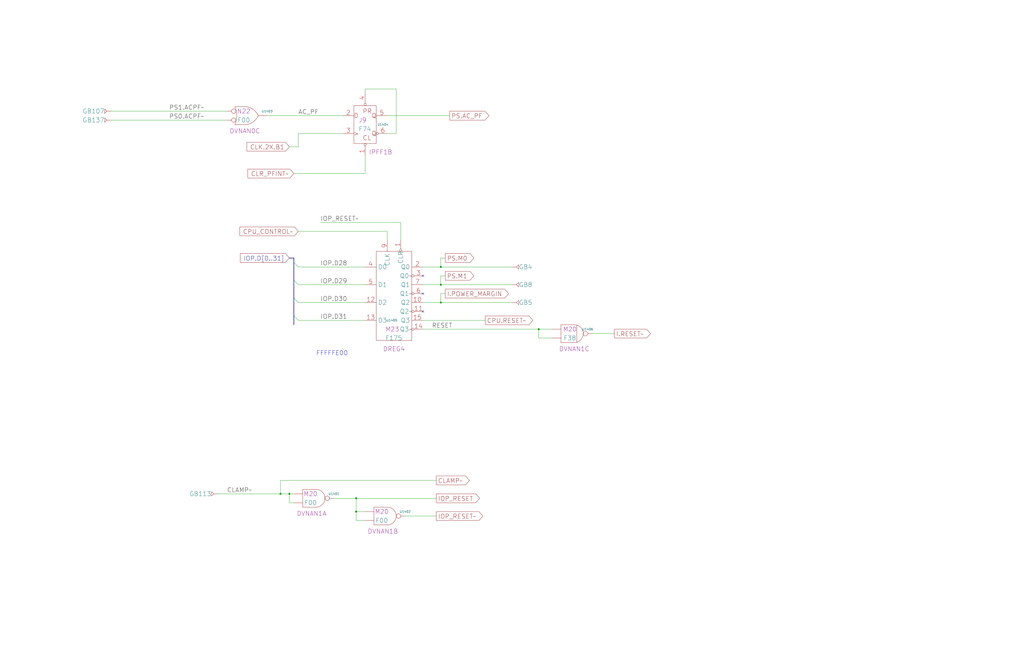
<source format=kicad_sch>
(kicad_sch (version 20250114) (generator "eeschema") (generator_version "9.0")
  (paper "User" 584.2 378.46)
  (title_block (title "DEVICES\\nPOWER CONTROL / RESETS") (date "22-SEP-90") (rev "2.0") (comment 1 "IOC") (comment 2 "232-003061") (comment 3 "S400") (comment 4 "RELEASED"))
  (lib_symbols
    (symbol "r1000:F00" (pin_numbers (hide yes)) (pin_names (hide yes))
      (property "Reference" "U" (at 15.24 0 0))
      (property "Value" "F00" (at 1.905 -5.08 0))
      (property "Location" "___" (at 1.905 0 0))
      (property "Name" "______" (at 2.54 -12.7 0))
      (symbol "F00_0_1"
        (polyline (pts (xy -2.54 2.54) (xy -2.54 -7.62)) (stroke (width 0.1524)))
        (polyline (pts (xy -2.54 2.54) (xy 5.08 2.54)) (stroke (width 0.1524)))
        (polyline (pts (xy -2.54 -7.62) (xy 5.08 -7.62)) (stroke (width 0.1524)))
        (arc (start 5.08 2.54) (mid 10.1281 -2.54) (end 5.08 -7.62) (stroke (width 0.1524)))
        (circle (center 11.43 -2.54) (radius 1.27) (stroke (width 0.1524)))
      )
      (symbol "F00_0_2"
        (arc (start -3.175 2.54) (mid -2.134 -2.54) (end -3.175 -7.62) (stroke (width 0.1524)))
        (circle (center -3.81 0) (radius 1.27) (stroke (width 0.1524)))
        (circle (center -3.81 -5.08) (radius 1.27) (stroke (width 0.1524)))
        (polyline (pts (xy -3.175 2.54) (xy 3.81 2.54)) (stroke (width 0.1524)))
        (polyline (pts (xy -3.175 -7.62) (xy 3.81 -7.62)) (stroke (width 0.1524)))
        (arc (start 3.81 2.54) (mid 7.5828 0.7472) (end 10.16 -2.54) (stroke (width 0.1524)))
        (arc (start 10.16 -2.54) (mid 7.5855 -5.8306) (end 3.81 -7.62) (stroke (width 0.1524)))
      )
      (symbol "F00_1_1"
        (pin input line (at -7.62 0 0) (length 5.08) (name "D0") (number "1"))
        (pin input line (at -7.62 -5.08 0) (length 5.08) (name "D1") (number "2"))
        (pin output line (at 15.24 -2.54 180) (length 2.54) (name "Q") (number "3"))
      )
      (symbol "F00_1_2"
        (pin input line (at -7.62 0 0) (length 2.54) (name "D0") (number "1"))
        (pin input line (at -7.62 -5.08 0) (length 2.54) (name "D1") (number "2"))
        (pin output line (at 15.24 -2.54 180) (length 5.08) (name "Q") (number "3"))
      )
    )
    (symbol "r1000:F175" (pin_names (offset 1.016))
      (property "Reference" "U" (at 2.54 5.08 0))
      (property "Value" "F175" (at -1.27 -5.08 0))
      (property "Location" "___" (at -1.27 0 0))
      (property "Name" "______" (at 3.81 -12.7 0))
      (symbol "F175_1_1"
        (rectangle (start -6.35 44.45) (end 13.97 -6.35))
        (circle (center 7.62 45.085) (radius 0.635))
        (circle (center 14.605 30.48) (radius 0.635))
        (circle (center 14.605 20.32) (radius 0.635))
        (circle (center 14.605 10.16) (radius 0.635))
        (circle (center 14.605 0) (radius 0.635))
        (pin input line (at -12.7 35.56 0) (length 6.35) (name "D0") (number "4"))
        (pin input line (at -12.7 25.4 0) (length 6.35) (name "D1") (number "5"))
        (pin input line (at -12.7 15.24 0) (length 6.35) (name "D2") (number "12"))
        (pin input line (at -12.7 5.08 0) (length 6.35) (name "D3") (number "13"))
        (pin input line (at 0 50.8 270) (length 6.35) (name "CLK") (number "9"))
        (pin input line (at 7.62 50.8 270) (length 5.08) (name "CLR") (number "1"))
        (pin output line (at 20.32 35.56 180) (length 6.35) (name "Q0") (number "2"))
        (pin output line (at 20.32 30.48 180) (length 5.08) (name "Q0~") (number "3"))
        (pin output line (at 20.32 25.4 180) (length 6.35) (name "Q1") (number "7"))
        (pin output line (at 20.32 20.32 180) (length 5.08) (name "Q1~") (number "6"))
        (pin output line (at 20.32 15.24 180) (length 6.35) (name "Q2") (number "10"))
        (pin output line (at 20.32 10.16 180) (length 5.08) (name "Q2~") (number "11"))
        (pin output line (at 20.32 5.08 180) (length 6.35) (name "Q3") (number "15"))
        (pin output line (at 20.32 0 180) (length 5.08) (name "Q3~") (number "14"))
      )
    )
    (symbol "r1000:F38" (pin_numbers (hide yes)) (pin_names (hide yes))
      (property "Reference" "U" (at 12.7 2.54 0))
      (property "Value" "F38" (at 2.54 -2.54 0))
      (property "Location" "___" (at 2.54 2.54 0))
      (property "Name" "______" (at 5.08 -10.16 0))
      (symbol "F38_0_1"
        (polyline (pts (xy -2.54 5.08) (xy -2.54 -5.08)) (stroke (width 0.1524)))
        (polyline (pts (xy -2.54 5.08) (xy 5.08 5.08)) (stroke (width 0.1524)))
        (polyline (pts (xy -2.54 -5.08) (xy 5.08 -5.08)) (stroke (width 0.1524)))
        (arc (start 5.08 5.08) (mid 8.6721 3.5921) (end 10.16 0) (stroke (width 0.1524)))
        (arc (start 10.16 0) (mid 8.6786 -3.5986) (end 5.08 -5.08) (stroke (width 0.1524)))
        (polyline (pts (xy 6.45 4.9) (xy 6.45 -4.9)) (stroke (width 0.1524)))
        (circle (center 11.43 0) (radius 1.27) (stroke (width 0.1524)))
      )
      (symbol "F38_0_2"
        (arc (start -3.81 5.08) (mid -1.8386 0) (end -3.81 -5.08) (stroke (width 0.1524)))
        (polyline (pts (xy -3.81 5.08) (xy 2.54 5.08)) (stroke (width 0.1524)))
        (circle (center -3.81 2.54) (radius 1.27) (stroke (width 0.1524)))
        (circle (center -3.81 -2.54) (radius 1.27) (stroke (width 0.1524)))
        (polyline (pts (xy -3.81 -5.08) (xy 2.54 -5.08)) (stroke (width 0.1524)))
        (arc (start 2.54 5.08) (mid 7.0527 3.594) (end 10.16 0) (stroke (width 0.1524)))
        (arc (start 10.16 0) (mid 7.0537 -3.5955) (end 2.54 -5.08) (stroke (width 0.1524)))
        (polyline (pts (xy 7.62 3.175) (xy 7.62 -3.175)) (stroke (width 0.1524)))
      )
      (symbol "F38_1_1"
        (pin input line (at -7.62 2.54 0) (length 5.08) (name "D0") (number "1"))
        (pin input line (at -7.62 -2.54 0) (length 5.08) (name "D1") (number "2"))
        (pin open_collector line (at 15.24 0 180) (length 2.54) (name "Q") (number "3"))
      )
      (symbol "F38_1_2"
        (pin input line (at -7.62 2.54 0) (length 2.54) (name "D0") (number "1"))
        (pin input line (at -7.62 -2.54 0) (length 2.54) (name "D1") (number "2"))
        (pin open_collector line (at 15.24 0 180) (length 5.08) (name "Q") (number "3"))
      )
    )
    (symbol "r1000:F74" (pin_names (offset 1.016) (hide yes))
      (property "Reference" "U" (at 12.7 -2.54 0))
      (property "Value" "F74" (at -1.27 -5.08 0))
      (property "Location" "___" (at -1.27 0 0))
      (property "Name" "______" (at 11.43 -19.685 0))
      (symbol "F74_0_1"
        (rectangle (start -3.81 8.255) (end 8.89 -13.335) (stroke (width 0.1524)))
        (polyline (pts (xy 2.54 10.16) (xy 2.54 9.525)) (stroke (width 0.1524)))
        (polyline (pts (xy 2.54 -15.24) (xy 2.54 -14.605)) (stroke (width 0.1524)))
      )
      (symbol "F74_1_1"
        (circle (center 2.54 8.89) (radius 0.635))
        (circle (center 2.54 -13.97) (radius 0.635))
        (circle (center 9.525 -7.62) (radius 0.635))
        (text "D" (at -2.54 2.54 0) (effects (font (size 2.54 2.54))))
        (text ">" (at -2.54 -7.62 0) (effects (font (size 2.54 2.54))))
        (text "P" (at 2.54 5.08 0) (effects (font (size 2.54 2.54))))
        (text "C" (at 2.54 -10.16 0) (effects (font (size 2.54 2.54))))
        (text "R" (at 5.08 5.08 0) (effects (font (size 2.54 2.54))))
        (text "L" (at 5.08 -10.16 0) (effects (font (size 2.54 2.54))))
        (text "Q" (at 7.62 2.54 0) (effects (font (size 2.54 2.54))))
        (text "Q" (at 7.62 -7.62 0) (effects (font (size 2.54 2.54))))
        (pin input line (at -10.16 2.54 0) (length 6.35) (name "D") (number "2"))
        (pin input line (at -10.16 -7.62 0) (length 6.35) (name "CLK") (number "3"))
        (pin input line (at 2.54 15.24 270) (length 5.08) (name "PR_") (number "4"))
        (pin input line (at 2.54 -20.32 90) (length 5.08) (name "CL_") (number "1"))
        (pin output line (at 15.24 2.54 180) (length 6.35) (name "Q") (number "5"))
        (pin output line (at 15.24 -7.62 180) (length 5.08) (name "Q_") (number "6"))
      )
    )
    (symbol "r1000:GB" (pin_numbers (hide yes)) (pin_names (offset 0) (hide yes))
      (property "Reference" "GB" (at 3.81 0 0))
      (symbol "GB_0_1"
        (polyline (pts (xy 2.54 0) (xy 3.81 1.27) (xy 3.81 -1.27) (xy 2.54 0)) (stroke (width 0.1524)))
      )
      (symbol "GB_1_1"
        (pin bidirectional line (at 0 0 0) (length 2.54) (name "") (number "1"))
      )
    )
  )
  (text "FFFFFE00\n" (at 180.34 203.2 0) (effects (font (size 2.54 2.54)) (justify left bottom)))
  (junction (at 160.02 281.94))
  (junction (at 251.46 172.72))
  (junction (at 307.34 187.96))
  (junction (at 165.1 281.94))
  (junction (at 251.46 162.56))
  (junction (at 251.46 152.4))
  (junction (at 203.2 284.48))
  (junction (at 203.2 292.1))
  (no_connect (at 241.3 167.64))
  (no_connect (at 241.3 177.8))
  (no_connect (at 241.3 157.48))
  (bus_entry (at 167.64 149.86) (size 2.54 2.54))
  (bus_entry (at 167.64 180.34) (size 2.54 2.54))
  (bus_entry (at 167.64 160.02) (size 2.54 2.54))
  (bus_entry (at 167.64 170.18) (size 2.54 2.54))
  (wire (pts (xy 167.64 99.06) (xy 208.28 99.06)))
  (bus (pts (xy 167.64 149.86) (xy 167.64 160.02)))
  (wire (pts (xy 241.3 162.56) (xy 251.46 162.56)))
  (wire (pts (xy 231.14 294.64) (xy 248.92 294.64)))
  (wire (pts (xy 170.18 182.88) (xy 208.28 182.88)))
  (wire (pts (xy 160.02 274.32) (xy 160.02 281.94)))
  (wire (pts (xy 63.5 63.5) (xy 129.54 63.5)))
  (wire (pts (xy 167.64 287.02) (xy 165.1 287.02)))
  (bus (pts (xy 167.64 180.34) (xy 167.64 185.42)))
  (wire (pts (xy 314.96 193.04) (xy 307.34 193.04)))
  (bus (pts (xy 167.64 147.32) (xy 167.64 149.86)))
  (wire (pts (xy 226.06 50.8) (xy 208.28 50.8)))
  (wire (pts (xy 251.46 162.56) (xy 292.1 162.56)))
  (wire (pts (xy 203.2 297.18) (xy 208.28 297.18)))
  (wire (pts (xy 307.34 187.96) (xy 314.96 187.96)))
  (wire (pts (xy 241.3 182.88) (xy 276.86 182.88)))
  (bus (pts (xy 167.64 170.18) (xy 167.64 180.34)))
  (wire (pts (xy 170.18 172.72) (xy 208.28 172.72)))
  (wire (pts (xy 251.46 157.48) (xy 251.46 162.56)))
  (wire (pts (xy 170.18 76.2) (xy 195.58 76.2)))
  (wire (pts (xy 241.3 187.96) (xy 307.34 187.96)))
  (wire (pts (xy 220.98 132.08) (xy 220.98 137.16)))
  (wire (pts (xy 254 167.64) (xy 251.46 167.64)))
  (wire (pts (xy 203.2 292.1) (xy 203.2 297.18)))
  (wire (pts (xy 124.46 281.94) (xy 160.02 281.94)))
  (bus (pts (xy 165.1 147.32) (xy 167.64 147.32)))
  (wire (pts (xy 170.18 152.4) (xy 208.28 152.4)))
  (wire (pts (xy 241.3 152.4) (xy 251.46 152.4)))
  (wire (pts (xy 182.88 127) (xy 228.6 127)))
  (wire (pts (xy 248.92 274.32) (xy 160.02 274.32)))
  (wire (pts (xy 203.2 284.48) (xy 203.2 292.1)))
  (wire (pts (xy 63.5 68.58) (xy 129.54 68.58)))
  (wire (pts (xy 190.5 284.48) (xy 203.2 284.48)))
  (wire (pts (xy 220.98 76.2) (xy 226.06 76.2)))
  (wire (pts (xy 220.98 66.04) (xy 256.54 66.04)))
  (wire (pts (xy 254 157.48) (xy 251.46 157.48)))
  (wire (pts (xy 160.02 281.94) (xy 165.1 281.94)))
  (wire (pts (xy 152.4 66.04) (xy 195.58 66.04)))
  (wire (pts (xy 226.06 76.2) (xy 226.06 50.8)))
  (wire (pts (xy 337.82 190.5) (xy 350.52 190.5)))
  (wire (pts (xy 208.28 99.06) (xy 208.28 88.9)))
  (wire (pts (xy 254 147.32) (xy 251.46 147.32)))
  (wire (pts (xy 228.6 127) (xy 228.6 137.16)))
  (wire (pts (xy 251.46 172.72) (xy 292.1 172.72)))
  (wire (pts (xy 307.34 193.04) (xy 307.34 187.96)))
  (wire (pts (xy 165.1 287.02) (xy 165.1 281.94)))
  (wire (pts (xy 251.46 167.64) (xy 251.46 172.72)))
  (wire (pts (xy 170.18 162.56) (xy 208.28 162.56)))
  (wire (pts (xy 170.18 83.82) (xy 170.18 76.2)))
  (wire (pts (xy 251.46 152.4) (xy 292.1 152.4)))
  (wire (pts (xy 165.1 83.82) (xy 170.18 83.82)))
  (wire (pts (xy 203.2 292.1) (xy 208.28 292.1)))
  (wire (pts (xy 208.28 50.8) (xy 208.28 53.34)))
  (wire (pts (xy 251.46 147.32) (xy 251.46 152.4)))
  (wire (pts (xy 170.18 132.08) (xy 220.98 132.08)))
  (wire (pts (xy 165.1 281.94) (xy 167.64 281.94)))
  (wire (pts (xy 241.3 172.72) (xy 251.46 172.72)))
  (bus (pts (xy 167.64 160.02) (xy 167.64 170.18)))
  (wire (pts (xy 203.2 284.48) (xy 248.92 284.48)))
  (label "AC_PF" (at 170.18 66.04 0) (effects (font (size 2.54 2.54))))
  (label "IOP.D29" (at 182.88 162.56 0) (effects (font (size 2.54 2.54))))
  (label "RESET" (at 246.38 187.96 0) (effects (font (size 2.54 2.54))))
  (label "IOP.D28" (at 182.88 152.4 0) (effects (font (size 2.54 2.54))))
  (label "IOP_RESET~" (at 182.88 127 0) (effects (font (size 2.54 2.54))))
  (label "IOP.D31" (at 182.88 182.88 0) (effects (font (size 2.54 2.54))))
  (label "IOP.D30" (at 182.88 172.72 0) (effects (font (size 2.54 2.54))))
  (label "PS1.ACPF~" (at 96.52 63.5 0) (effects (font (size 2.54 2.54))))
  (label "PS0.ACPF~" (at 96.52 68.58 0) (effects (font (size 2.54 2.54))))
  (label "CLAMP~" (at 129.54 281.94 0) (effects (font (size 2.54 2.54))))
  (global_label "IOP_RESET~" (shape output) (at 248.92 294.64 0) (effects (font (size 2.54 2.54))) (property "Intersheetrefs" "${INTERSHEET_REFS}" (at 275.3965 294.4813 0) (effects (font (size 1.905 1.905)) (justify left))))
  (global_label "I.POWER_MARGIN" (shape output) (at 254 167.64 0) (effects (font (size 2.54 2.54))) (property "Intersheetrefs" "${INTERSHEET_REFS}" (at 290.5337 167.4813 0) (effects (font (size 1.905 1.905)) (justify left))))
  (global_label "I.RESET~" (shape output) (at 350.52 190.5 0) (effects (font (size 2.54 2.54))) (property "Intersheetrefs" "${INTERSHEET_REFS}" (at 371.4508 190.3413 0) (effects (font (size 1.905 1.905)) (justify left))))
  (global_label "IOP.D[0..31]" (shape input) (at 165.1 147.32 180) (effects (font (size 2.54 2.54))) (property "Intersheetrefs" "${INTERSHEET_REFS}" (at 136.194 147.32 0) (effects (font (size 1.905 1.905)) (justify right))))
  (global_label "PS.M1" (shape output) (at 254 157.48 0) (effects (font (size 2.54 2.54))) (property "Intersheetrefs" "${INTERSHEET_REFS}" (at 270.6975 157.3213 0) (effects (font (size 1.905 1.905)) (justify left))))
  (global_label "PS.M0" (shape output) (at 254 147.32 0) (effects (font (size 2.54 2.54))) (property "Intersheetrefs" "${INTERSHEET_REFS}" (at 270.6975 147.1613 0) (effects (font (size 1.905 1.905)) (justify left))))
  (global_label "CLAMP~" (shape output) (at 248.92 274.32 0) (effects (font (size 2.54 2.54))) (property "Intersheetrefs" "${INTERSHEET_REFS}" (at 268.1575 274.1613 0) (effects (font (size 1.905 1.905)) (justify left))))
  (global_label "CPU.RESET~" (shape output) (at 276.86 182.88 0) (effects (font (size 2.54 2.54))) (property "Intersheetrefs" "${INTERSHEET_REFS}" (at 304.3222 182.7213 0) (effects (font (size 1.905 1.905)) (justify left))))
  (global_label "CPU_CONTROL~" (shape input) (at 170.18 132.08 180) (effects (font (size 2.54 2.54))) (property "Intersheetrefs" "${INTERSHEET_REFS}" (at 136.4282 131.9213 0) (effects (font (size 1.905 1.905)) (justify right))))
  (global_label "PS.AC_PF" (shape output) (at 256.54 66.04 0) (effects (font (size 2.54 2.54))) (property "Intersheetrefs" "${INTERSHEET_REFS}" (at 279.2851 65.8813 0) (effects (font (size 1.905 1.905)) (justify left))))
  (global_label "CLK.2X.B1" (shape input) (at 165.1 83.82 180) (effects (font (size 2.54 2.54))) (property "Intersheetrefs" "${INTERSHEET_REFS}" (at 140.5406 83.6613 0) (effects (font (size 1.905 1.905)) (justify right))))
  (global_label "CLR_PFINT~" (shape input) (at 167.64 99.06 180) (effects (font (size 2.54 2.54))) (property "Intersheetrefs" "${INTERSHEET_REFS}" (at 141.0244 98.9013 0) (effects (font (size 1.905 1.905)) (justify right))))
  (global_label "IOP_RESET" (shape output) (at 248.92 284.48 0) (effects (font (size 2.54 2.54))) (property "Intersheetrefs" "${INTERSHEET_REFS}" (at 273.5822 284.3213 0) (effects (font (size 1.905 1.905)) (justify left))))
  (symbol (lib_id "r1000:F38") (at 322.58 190.5 0) (unit 1)
    (property "Reference" "U1406" (at 335.28 187.96 0))
    (property "Value" "F38" (at 325.12 193.04 0) (effects (font (size 2.54 2.54))))
    (property "Location" "M20" (at 325.12 187.96 0) (effects (font (size 2.54 2.54))))
    (property "Name" "DVNAN1C" (at 327.66 200.66 0) (effects (font (size 2.54 2.54)) (justify bottom)))
  )
  (symbol (lib_id "r1000:F00") (at 215.9 292.1 0) (unit 1)
    (property "Reference" "U1402" (at 231.14 292.1 0))
    (property "Value" "F00" (at 217.805 297.18 0) (effects (font (size 2.54 2.54))))
    (property "Location" "M20" (at 217.805 292.1 0) (effects (font (size 2.54 2.54))))
    (property "Name" "DVNAN1B" (at 218.44 304.8 0) (effects (font (size 2.54 2.54)) (justify bottom)))
  )
  (symbol (lib_id "r1000:GB") (at 124.46 281.94 0) (mirror y) (unit 1)
    (property "Reference" "GB113" (at 120.65 281.94 0) (effects (font (size 2.54 2.54)) (justify left)))
    (property "Value" "GB" (effects (hide yes)))
  )
  (symbol (lib_id "r1000:GB") (at 63.5 68.58 0) (mirror y) (unit 1)
    (property "Reference" "GB137" (at 59.69 68.58 0) (effects (font (size 2.54 2.54)) (justify left)))
    (property "Value" "GB" (effects (hide yes)))
  )
  (symbol (lib_id "r1000:F00") (at 175.26 281.94 0) (unit 1)
    (property "Reference" "U1401" (at 190.5 281.94 0))
    (property "Value" "F00" (at 177.165 287.02 0) (effects (font (size 2.54 2.54))))
    (property "Location" "M20" (at 177.165 281.94 0) (effects (font (size 2.54 2.54))))
    (property "Name" "DVNAN1A" (at 177.8 294.64 0) (effects (font (size 2.54 2.54)) (justify bottom)))
  )
  (symbol (lib_id "r1000:GB") (at 292.1 162.56 0) (unit 1)
    (property "Reference" "GB8" (at 295.91 162.56 0) (effects (font (size 2.54 2.54)) (justify left)))
    (property "Value" "GB" (effects (hide yes)))
  )
  (symbol (lib_id "r1000:F00") (at 137.16 63.5 0) (unit 1) (convert 2)
    (property "Reference" "U1403" (at 152.4 63.5 0))
    (property "Value" "F00" (at 139.065 68.58 0) (effects (font (size 2.54 2.54))))
    (property "Location" "N22" (at 139.065 63.5 0) (effects (font (size 2.54 2.54))))
    (property "Name" "DVNAN0C" (at 139.7 76.2 0) (effects (font (size 2.54 2.54)) (justify bottom)))
  )
  (symbol (lib_id "r1000:GB") (at 63.5 63.5 0) (mirror y) (unit 1)
    (property "Reference" "GB107" (at 59.69 63.5 0) (effects (font (size 2.54 2.54)) (justify left)))
    (property "Value" "GB" (effects (hide yes)))
  )
  (symbol (lib_id "r1000:GB") (at 292.1 152.4 0) (unit 1)
    (property "Reference" "GB4" (at 295.91 152.4 0) (effects (font (size 2.54 2.54)) (justify left)))
    (property "Value" "GB" (effects (hide yes)))
  )
  (symbol (lib_id "r1000:F74") (at 205.74 68.58 0) (unit 1)
    (property "Reference" "U1404" (at 218.44 71.12 0))
    (property "Value" "F74" (at 204.47 73.66 0) (effects (font (size 2.54 2.54)) (justify left)))
    (property "Location" "J9" (at 204.47 68.58 0) (effects (font (size 2.54 2.54)) (justify left)))
    (property "Name" "IPFF1B" (at 217.17 88.265 0) (effects (font (size 2.54 2.54)) (justify bottom)))
  )
  (symbol (lib_id "r1000:GB") (at 292.1 172.72 0) (unit 1)
    (property "Reference" "GB5" (at 295.91 172.72 0) (effects (font (size 2.54 2.54)) (justify left)))
    (property "Value" "GB" (effects (hide yes)))
  )
  (symbol (lib_id "r1000:F175") (at 220.98 187.96 0) (unit 1)
    (property "Reference" "U1405" (at 223.52 182.88 0))
    (property "Value" "F175" (at 219.71 193.04 0) (effects (font (size 2.54 2.54)) (justify left)))
    (property "Location" "M23" (at 219.71 187.96 0) (effects (font (size 2.54 2.54)) (justify left)))
    (property "Name" "DREG4" (at 224.79 200.66 0) (effects (font (size 2.54 2.54)) (justify bottom)))
  )
)
</source>
